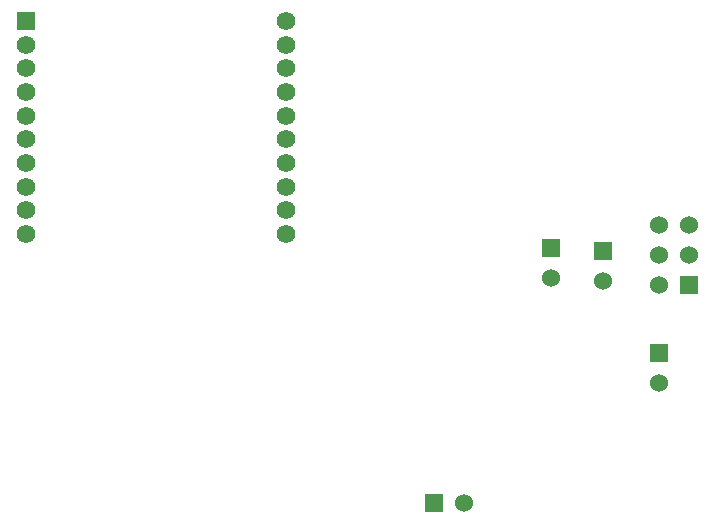
<source format=gbl>
G04 (created by PCBNEW-RS274X (2011-07-12 BZR 3047)-stable) date Thu 15 Sep 2011 21:16:32 BST*
G01*
G70*
G90*
%MOIN*%
G04 Gerber Fmt 3.4, Leading zero omitted, Abs format*
%FSLAX34Y34*%
G04 APERTURE LIST*
%ADD10C,0.006000*%
%ADD11R,0.060000X0.060000*%
%ADD12C,0.060000*%
%ADD13C,0.062000*%
%ADD14R,0.062000X0.062000*%
G04 APERTURE END LIST*
G54D10*
G54D11*
X32001Y-32234D03*
G54D12*
X31001Y-32234D03*
X32001Y-31234D03*
X31001Y-31234D03*
X32001Y-30234D03*
X31001Y-30234D03*
G54D11*
X27407Y-31029D03*
G54D12*
X27407Y-32029D03*
G54D11*
X23500Y-39500D03*
G54D12*
X24500Y-39500D03*
G54D11*
X29119Y-31127D03*
G54D12*
X29119Y-32127D03*
G54D11*
X31000Y-34500D03*
G54D12*
X31000Y-35500D03*
G54D13*
X09907Y-24246D03*
X09907Y-25033D03*
X09907Y-25820D03*
X09907Y-26608D03*
X09907Y-27395D03*
X09907Y-28183D03*
X09907Y-28970D03*
X09907Y-29757D03*
X09907Y-30545D03*
X18568Y-30545D03*
X18568Y-29757D03*
X18568Y-28970D03*
X18568Y-28183D03*
X18568Y-27395D03*
X18568Y-26608D03*
X18568Y-25820D03*
X18568Y-25033D03*
X18568Y-24246D03*
X18568Y-23458D03*
G54D14*
X09907Y-23458D03*
M02*

</source>
